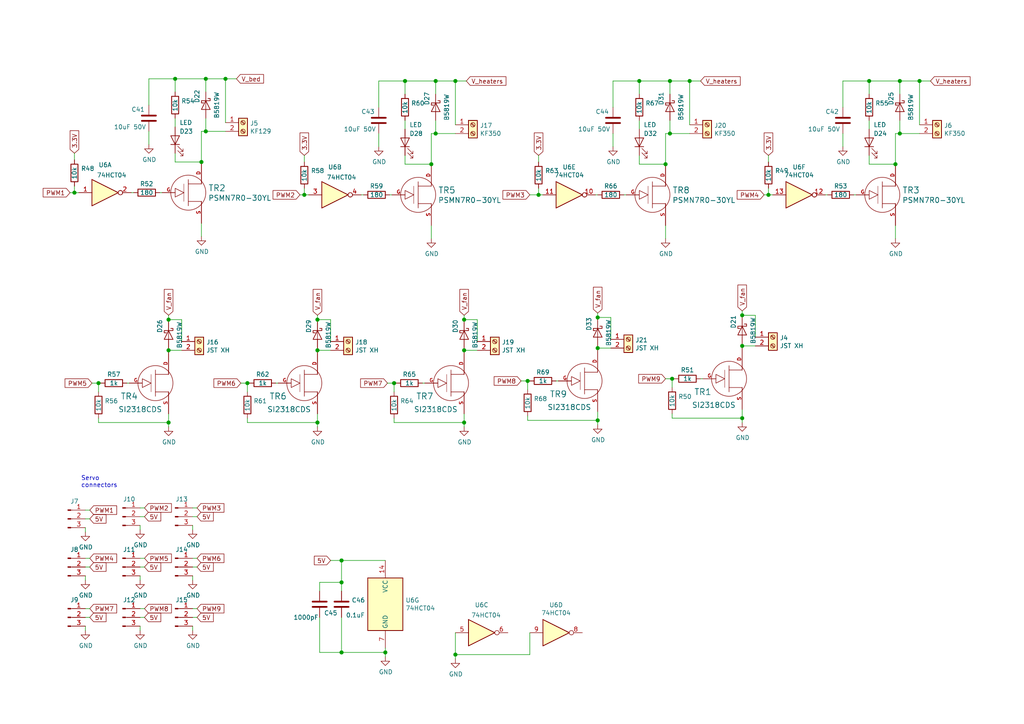
<source format=kicad_sch>
(kicad_sch (version 20201015) (generator eeschema)
  (paper "A4")
  (lib_symbols
    (symbol "Connector:Conn_01x03_Male" (pin_names hide)
      (property "Reference" "J" (at 0 5.08 0))
      (property "Value" "Conn_01x03_Male" (at 0 -5.08 0))
      (symbol "Conn_01x03_Male_1_1"
        (pin passive line (at 5.08 2.54 180) (length 3.81) (name "Pin_1") (number "1"))
        (pin passive line (at 5.08 0 180) (length 3.81) (name "Pin_2") (number "2"))
        (pin passive line (at 5.08 -2.54 180) (length 3.81) (name "Pin_3") (number "3"))
      )
    )
    (symbol "Connector:Screw_Terminal_01x02" (pin_names hide)
      (property "Reference" "J" (at 0 2.54 0))
      (property "Value" "Screw_Terminal_01x02" (at 0 -5.08 0))
      (symbol "Screw_Terminal_01x02_1_1"
        (pin passive line (at -5.08 0 0) (length 3.81) (name "Pin_1") (number "1"))
        (pin passive line (at -5.08 -2.54 0) (length 3.81) (name "Pin_2") (number "2"))
      )
    )
    (symbol "Device:C" (pin_numbers hide) (pin_names (offset 0.254))
      (property "Reference" "C" (at 0.635 2.54 0))
      (property "Value" "C" (at 0.635 -2.54 0))
      (symbol "C_1_1"
        (pin passive line (at 0 3.81 270) (length 2.794) (name "~") (number "1"))
        (pin passive line (at 0 -3.81 90) (length 2.794) (name "~") (number "2"))
      )
    )
    (symbol "Device:D_Schottky" (pin_numbers hide) (pin_names hide)
      (property "Reference" "D" (at 0 2.54 0))
      (property "Value" "D_Schottky" (at 0 -2.54 0))
      (symbol "D_Schottky_1_1"
        (pin passive line (at -3.81 0 0) (length 2.54) (name "K") (number "1"))
        (pin passive line (at 3.81 0 180) (length 2.54) (name "A") (number "2"))
      )
    )
    (symbol "Device:LED" (pin_numbers hide) (pin_names hide)
      (property "Reference" "D" (at 0 2.54 0))
      (property "Value" "LED" (at 0 -2.54 0))
      (symbol "LED_1_1"
        (pin passive line (at -3.81 0 0) (length 2.54) (name "K") (number "1"))
        (pin passive line (at 3.81 0 180) (length 2.54) (name "A") (number "2"))
      )
    )
    (symbol "Device:R" (pin_numbers hide) (pin_names (offset 0))
      (property "Reference" "R" (at 2.032 0 90))
      (property "Value" "R" (at 0 0 90))
      (symbol "R_1_1"
        (pin passive line (at 0 3.81 270) (length 1.27) (name "~") (number "1"))
        (pin passive line (at 0 -3.81 90) (length 1.27) (name "~") (number "2"))
      )
    )
    (symbol "Logic_74xx:74HCT04"
      (property "Reference" "U" (at 0 1.27 0))
      (property "Value" "74HCT04" (at 0 -1.27 0))
      (symbol "74HCT04_1_0"
        (pin input line (at -7.62 0 0) (length 3.81) (name "~") (number "1"))
        (pin output inverted (at 7.62 0 180) (length 3.81) (name "~") (number "2"))
      )
      (symbol "74HCT04_2_0"
        (pin input line (at -7.62 0 0) (length 3.81) (name "~") (number "3"))
        (pin output inverted (at 7.62 0 180) (length 3.81) (name "~") (number "4"))
      )
      (symbol "74HCT04_3_0"
        (pin input line (at -7.62 0 0) (length 3.81) (name "~") (number "5"))
        (pin output inverted (at 7.62 0 180) (length 3.81) (name "~") (number "6"))
      )
      (symbol "74HCT04_4_0"
        (pin output inverted (at 7.62 0 180) (length 3.81) (name "~") (number "8"))
        (pin input line (at -7.62 0 0) (length 3.81) (name "~") (number "9"))
      )
      (symbol "74HCT04_5_0"
        (pin output inverted (at 7.62 0 180) (length 3.81) (name "~") (number "10"))
        (pin input line (at -7.62 0 0) (length 3.81) (name "~") (number "11"))
      )
      (symbol "74HCT04_6_0"
        (pin output inverted (at 7.62 0 180) (length 3.81) (name "~") (number "12"))
        (pin input line (at -7.62 0 0) (length 3.81) (name "~") (number "13"))
      )
      (symbol "74HCT04_7_0"
        (pin power_in line (at 0 12.7 270) (length 5.08) (name "VCC") (number "14"))
        (pin power_in line (at 0 -12.7 90) (length 5.08) (name "GND") (number "7"))
      )
    )
    (symbol "bsh105:BSH105" (pin_names (offset 0.762) hide)
      (property "Reference" "TR" (at -2.4638 6.35 0))
      (property "Value" "BSH105" (at -3.7338 -7.5438 0))
      (symbol "BSH105_1_1"
        (pin passive line (at 3.81 8.89 270) (length 6.35) (name "D") (number "D"))
        (pin input line (at -7.62 0 0) (length 3.81) (name "G") (number "G"))
        (pin passive line (at 3.81 -8.89 90) (length 6.35) (name "S") (number "S"))
      )
    )
    (symbol "ipd036n04l:IPD036N04L" (pin_names (offset 0.762) hide)
      (property "Reference" "TR" (at -2.4638 6.35 0))
      (property "Value" "IPD036N04L" (at -3.7338 -7.5438 0))
      (symbol "IPD036N04L_1_1"
        (pin passive line (at 3.81 8.89 270) (length 6.35) (name "D") (number "D"))
        (pin input line (at -7.62 0 0) (length 3.81) (name "G") (number "G"))
        (pin passive line (at 3.81 -8.89 90) (length 6.35) (name "S") (number "S"))
      )
    )
    (symbol "power:GND" (power) (pin_names (offset 0))
      (property "Value" "GND" (at 0 -3.81 0))
      (symbol "GND_1_1"
        (pin power_in line (at 0 0 270) (length 0) hide (name "GND") (number "1"))
      )
    )
  )
  (junction (at 21.59 55.88) (diameter 1.016))
  (junction (at 28.575 111.125) (diameter 1.016))
  (junction (at 48.895 92.71) (diameter 1.016))
  (junction (at 48.895 101.6) (diameter 1.016))
  (junction (at 48.895 122.555) (diameter 1.016))
  (junction (at 50.8 22.86) (diameter 1.016))
  (junction (at 58.42 46.99) (diameter 1.016))
  (junction (at 59.69 22.86) (diameter 1.016))
  (junction (at 59.69 38.1) (diameter 1.016))
  (junction (at 65.405 22.86) (diameter 1.016))
  (junction (at 71.755 111.125) (diameter 1.016))
  (junction (at 88.265 56.515) (diameter 1.016))
  (junction (at 92.075 92.71) (diameter 1.016))
  (junction (at 92.075 101.6) (diameter 1.016))
  (junction (at 92.075 122.555) (diameter 1.016))
  (junction (at 99.06 162.56) (diameter 1.016))
  (junction (at 99.06 168.91) (diameter 1.016))
  (junction (at 99.06 189.23) (diameter 1.016))
  (junction (at 111.76 189.23) (diameter 1.016))
  (junction (at 114.3 111.125) (diameter 1.016))
  (junction (at 117.475 23.495) (diameter 1.016))
  (junction (at 125.095 47.625) (diameter 1.016))
  (junction (at 126.365 23.495) (diameter 1.016))
  (junction (at 126.365 38.735) (diameter 1.016))
  (junction (at 132.08 23.495) (diameter 1.016))
  (junction (at 132.08 189.865) (diameter 1.016))
  (junction (at 134.62 92.71) (diameter 1.016))
  (junction (at 134.62 101.6) (diameter 1.016))
  (junction (at 134.62 122.555) (diameter 1.016))
  (junction (at 153.035 110.49) (diameter 1.016))
  (junction (at 156.21 56.515) (diameter 1.016))
  (junction (at 173.355 92.075) (diameter 1.016))
  (junction (at 173.355 100.965) (diameter 1.016))
  (junction (at 173.355 121.92) (diameter 1.016))
  (junction (at 185.42 23.495) (diameter 1.016))
  (junction (at 193.04 47.625) (diameter 1.016))
  (junction (at 194.31 23.495) (diameter 1.016))
  (junction (at 194.31 38.735) (diameter 1.016))
  (junction (at 194.945 109.855) (diameter 1.016))
  (junction (at 200.025 23.495) (diameter 1.016))
  (junction (at 215.265 91.44) (diameter 1.016))
  (junction (at 215.265 100.33) (diameter 1.016))
  (junction (at 215.265 121.285) (diameter 1.016))
  (junction (at 222.885 56.515) (diameter 1.016))
  (junction (at 252.095 23.495) (diameter 1.016))
  (junction (at 259.715 47.625) (diameter 1.016))
  (junction (at 260.985 23.495) (diameter 1.016))
  (junction (at 260.985 38.735) (diameter 1.016))
  (junction (at 266.7 23.495) (diameter 1.016))
  (wire (pts (xy 20.32 55.88) (xy 21.59 55.88)))
  (wire (pts (xy 21.59 46.355) (xy 21.59 44.45)))
  (wire (pts (xy 21.59 53.975) (xy 21.59 55.88)))
  (wire (pts (xy 21.59 55.88) (xy 22.86 55.88)))
  (wire (pts (xy 24.765 150.495) (xy 26.035 150.495)))
  (wire (pts (xy 24.765 154.305) (xy 24.765 153.035)))
  (wire (pts (xy 24.765 164.465) (xy 26.035 164.465)))
  (wire (pts (xy 24.765 168.275) (xy 24.765 167.005)))
  (wire (pts (xy 24.765 179.07) (xy 26.035 179.07)))
  (wire (pts (xy 24.765 182.88) (xy 24.765 181.61)))
  (wire (pts (xy 26.035 147.955) (xy 24.765 147.955)))
  (wire (pts (xy 26.035 161.925) (xy 24.765 161.925)))
  (wire (pts (xy 26.035 176.53) (xy 24.765 176.53)))
  (wire (pts (xy 26.67 111.125) (xy 28.575 111.125)))
  (wire (pts (xy 28.575 111.125) (xy 29.21 111.125)))
  (wire (pts (xy 28.575 113.665) (xy 28.575 111.125)))
  (wire (pts (xy 28.575 121.285) (xy 28.575 122.555)))
  (wire (pts (xy 28.575 122.555) (xy 48.895 122.555)))
  (wire (pts (xy 37.465 111.125) (xy 36.83 111.125)))
  (wire (pts (xy 38.1 55.88) (xy 38.735 55.88)))
  (wire (pts (xy 40.64 149.86) (xy 41.91 149.86)))
  (wire (pts (xy 40.64 153.67) (xy 40.64 152.4)))
  (wire (pts (xy 40.64 164.465) (xy 41.91 164.465)))
  (wire (pts (xy 40.64 168.275) (xy 40.64 167.005)))
  (wire (pts (xy 40.64 179.07) (xy 41.91 179.07)))
  (wire (pts (xy 40.64 182.88) (xy 40.64 181.61)))
  (wire (pts (xy 41.91 147.32) (xy 40.64 147.32)))
  (wire (pts (xy 41.91 161.925) (xy 40.64 161.925)))
  (wire (pts (xy 41.91 176.53) (xy 40.64 176.53)))
  (wire (pts (xy 43.18 22.86) (xy 50.8 22.86)))
  (wire (pts (xy 43.18 30.48) (xy 43.18 22.86)))
  (wire (pts (xy 43.18 38.1) (xy 43.18 41.91)))
  (wire (pts (xy 46.355 55.88) (xy 46.99 55.88)))
  (wire (pts (xy 48.895 91.44) (xy 48.895 92.71)))
  (wire (pts (xy 48.895 92.71) (xy 48.895 93.345)))
  (wire (pts (xy 48.895 100.965) (xy 48.895 101.6)))
  (wire (pts (xy 48.895 101.6) (xy 48.895 102.235)))
  (wire (pts (xy 48.895 120.015) (xy 48.895 122.555)))
  (wire (pts (xy 48.895 122.555) (xy 48.895 123.825)))
  (wire (pts (xy 50.8 22.86) (xy 59.69 22.86)))
  (wire (pts (xy 50.8 26.67) (xy 50.8 22.86)))
  (wire (pts (xy 50.8 34.29) (xy 50.8 36.83)))
  (wire (pts (xy 50.8 44.45) (xy 50.8 46.99)))
  (wire (pts (xy 50.8 46.99) (xy 58.42 46.99)))
  (wire (pts (xy 52.705 92.71) (xy 48.895 92.71)))
  (wire (pts (xy 52.705 99.06) (xy 52.705 92.71)))
  (wire (pts (xy 52.705 101.6) (xy 48.895 101.6)))
  (wire (pts (xy 55.88 149.86) (xy 57.15 149.86)))
  (wire (pts (xy 55.88 153.67) (xy 55.88 152.4)))
  (wire (pts (xy 55.88 164.465) (xy 57.15 164.465)))
  (wire (pts (xy 55.88 168.275) (xy 55.88 167.005)))
  (wire (pts (xy 55.88 179.07) (xy 57.15 179.07)))
  (wire (pts (xy 55.88 182.88) (xy 55.88 181.61)))
  (wire (pts (xy 57.15 147.32) (xy 55.88 147.32)))
  (wire (pts (xy 57.15 161.925) (xy 55.88 161.925)))
  (wire (pts (xy 57.15 176.53) (xy 55.88 176.53)))
  (wire (pts (xy 58.42 46.99) (xy 58.42 38.1)))
  (wire (pts (xy 58.42 64.77) (xy 58.42 68.58)))
  (wire (pts (xy 59.69 22.86) (xy 65.405 22.86)))
  (wire (pts (xy 59.69 26.67) (xy 59.69 22.86)))
  (wire (pts (xy 59.69 34.29) (xy 59.69 38.1)))
  (wire (pts (xy 59.69 38.1) (xy 58.42 38.1)))
  (wire (pts (xy 59.69 38.1) (xy 65.405 38.1)))
  (wire (pts (xy 65.405 22.86) (xy 68.58 22.86)))
  (wire (pts (xy 65.405 35.56) (xy 65.405 22.86)))
  (wire (pts (xy 69.85 111.125) (xy 71.755 111.125)))
  (wire (pts (xy 71.755 111.125) (xy 72.39 111.125)))
  (wire (pts (xy 71.755 113.665) (xy 71.755 111.125)))
  (wire (pts (xy 71.755 121.285) (xy 71.755 122.555)))
  (wire (pts (xy 71.755 122.555) (xy 92.075 122.555)))
  (wire (pts (xy 80.645 111.125) (xy 80.01 111.125)))
  (wire (pts (xy 86.995 56.515) (xy 88.265 56.515)))
  (wire (pts (xy 88.265 46.99) (xy 88.265 45.085)))
  (wire (pts (xy 88.265 54.61) (xy 88.265 56.515)))
  (wire (pts (xy 88.265 56.515) (xy 89.535 56.515)))
  (wire (pts (xy 92.075 91.44) (xy 92.075 92.71)))
  (wire (pts (xy 92.075 92.71) (xy 92.075 93.345)))
  (wire (pts (xy 92.075 100.965) (xy 92.075 101.6)))
  (wire (pts (xy 92.075 101.6) (xy 92.075 102.235)))
  (wire (pts (xy 92.075 120.015) (xy 92.075 122.555)))
  (wire (pts (xy 92.075 122.555) (xy 92.075 123.825)))
  (wire (pts (xy 92.71 168.91) (xy 99.06 168.91)))
  (wire (pts (xy 92.71 171.45) (xy 92.71 168.91)))
  (wire (pts (xy 92.71 179.07) (xy 92.71 189.23)))
  (wire (pts (xy 92.71 189.23) (xy 99.06 189.23)))
  (wire (pts (xy 95.885 92.71) (xy 92.075 92.71)))
  (wire (pts (xy 95.885 99.06) (xy 95.885 92.71)))
  (wire (pts (xy 95.885 101.6) (xy 92.075 101.6)))
  (wire (pts (xy 95.885 162.56) (xy 99.06 162.56)))
  (wire (pts (xy 99.06 162.56) (xy 111.76 162.56)))
  (wire (pts (xy 99.06 168.91) (xy 99.06 162.56)))
  (wire (pts (xy 99.06 171.45) (xy 99.06 168.91)))
  (wire (pts (xy 99.06 179.07) (xy 99.06 189.23)))
  (wire (pts (xy 99.06 189.23) (xy 111.76 189.23)))
  (wire (pts (xy 104.775 56.515) (xy 105.41 56.515)))
  (wire (pts (xy 109.855 23.495) (xy 117.475 23.495)))
  (wire (pts (xy 109.855 31.115) (xy 109.855 23.495)))
  (wire (pts (xy 109.855 38.735) (xy 109.855 42.545)))
  (wire (pts (xy 111.76 187.96) (xy 111.76 189.23)))
  (wire (pts (xy 111.76 189.23) (xy 111.76 190.5)))
  (wire (pts (xy 112.395 111.125) (xy 114.3 111.125)))
  (wire (pts (xy 113.03 56.515) (xy 113.665 56.515)))
  (wire (pts (xy 114.3 111.125) (xy 114.935 111.125)))
  (wire (pts (xy 114.3 113.665) (xy 114.3 111.125)))
  (wire (pts (xy 114.3 121.285) (xy 114.3 122.555)))
  (wire (pts (xy 114.3 122.555) (xy 134.62 122.555)))
  (wire (pts (xy 117.475 23.495) (xy 126.365 23.495)))
  (wire (pts (xy 117.475 27.305) (xy 117.475 23.495)))
  (wire (pts (xy 117.475 34.925) (xy 117.475 37.465)))
  (wire (pts (xy 117.475 45.085) (xy 117.475 47.625)))
  (wire (pts (xy 117.475 47.625) (xy 125.095 47.625)))
  (wire (pts (xy 123.19 111.125) (xy 122.555 111.125)))
  (wire (pts (xy 125.095 47.625) (xy 125.095 38.735)))
  (wire (pts (xy 125.095 65.405) (xy 125.095 69.215)))
  (wire (pts (xy 126.365 23.495) (xy 132.08 23.495)))
  (wire (pts (xy 126.365 27.305) (xy 126.365 23.495)))
  (wire (pts (xy 126.365 34.925) (xy 126.365 38.735)))
  (wire (pts (xy 126.365 38.735) (xy 125.095 38.735)))
  (wire (pts (xy 126.365 38.735) (xy 132.08 38.735)))
  (wire (pts (xy 132.08 23.495) (xy 135.255 23.495)))
  (wire (pts (xy 132.08 36.195) (xy 132.08 23.495)))
  (wire (pts (xy 132.08 183.515) (xy 132.08 189.865)))
  (wire (pts (xy 132.08 189.865) (xy 132.08 191.135)))
  (wire (pts (xy 134.62 91.44) (xy 134.62 92.71)))
  (wire (pts (xy 134.62 92.71) (xy 134.62 93.345)))
  (wire (pts (xy 134.62 100.965) (xy 134.62 101.6)))
  (wire (pts (xy 134.62 101.6) (xy 134.62 102.235)))
  (wire (pts (xy 134.62 120.015) (xy 134.62 122.555)))
  (wire (pts (xy 134.62 122.555) (xy 134.62 123.825)))
  (wire (pts (xy 138.43 92.71) (xy 134.62 92.71)))
  (wire (pts (xy 138.43 99.06) (xy 138.43 92.71)))
  (wire (pts (xy 138.43 101.6) (xy 134.62 101.6)))
  (wire (pts (xy 151.13 110.49) (xy 153.035 110.49)))
  (wire (pts (xy 153.035 110.49) (xy 153.67 110.49)))
  (wire (pts (xy 153.035 113.03) (xy 153.035 110.49)))
  (wire (pts (xy 153.035 120.65) (xy 153.035 121.92)))
  (wire (pts (xy 153.035 121.92) (xy 173.355 121.92)))
  (wire (pts (xy 153.67 56.515) (xy 156.21 56.515)))
  (wire (pts (xy 153.67 183.515) (xy 153.67 189.865)))
  (wire (pts (xy 153.67 189.865) (xy 132.08 189.865)))
  (wire (pts (xy 156.21 46.99) (xy 156.21 45.085)))
  (wire (pts (xy 156.21 54.61) (xy 156.21 56.515)))
  (wire (pts (xy 156.21 56.515) (xy 157.48 56.515)))
  (wire (pts (xy 161.925 110.49) (xy 161.29 110.49)))
  (wire (pts (xy 172.72 56.515) (xy 173.355 56.515)))
  (wire (pts (xy 173.355 90.805) (xy 173.355 92.075)))
  (wire (pts (xy 173.355 92.075) (xy 173.355 92.71)))
  (wire (pts (xy 173.355 100.33) (xy 173.355 100.965)))
  (wire (pts (xy 173.355 100.965) (xy 173.355 101.6)))
  (wire (pts (xy 173.355 119.38) (xy 173.355 121.92)))
  (wire (pts (xy 173.355 121.92) (xy 173.355 123.19)))
  (wire (pts (xy 177.165 92.075) (xy 173.355 92.075)))
  (wire (pts (xy 177.165 98.425) (xy 177.165 92.075)))
  (wire (pts (xy 177.165 100.965) (xy 173.355 100.965)))
  (wire (pts (xy 177.8 23.495) (xy 185.42 23.495)))
  (wire (pts (xy 177.8 31.115) (xy 177.8 23.495)))
  (wire (pts (xy 177.8 38.735) (xy 177.8 42.545)))
  (wire (pts (xy 180.975 56.515) (xy 181.61 56.515)))
  (wire (pts (xy 185.42 23.495) (xy 194.31 23.495)))
  (wire (pts (xy 185.42 27.305) (xy 185.42 23.495)))
  (wire (pts (xy 185.42 34.925) (xy 185.42 37.465)))
  (wire (pts (xy 185.42 45.085) (xy 185.42 47.625)))
  (wire (pts (xy 185.42 47.625) (xy 193.04 47.625)))
  (wire (pts (xy 193.04 47.625) (xy 193.04 38.735)))
  (wire (pts (xy 193.04 65.405) (xy 193.04 69.215)))
  (wire (pts (xy 193.04 109.855) (xy 194.945 109.855)))
  (wire (pts (xy 194.31 23.495) (xy 200.025 23.495)))
  (wire (pts (xy 194.31 27.305) (xy 194.31 23.495)))
  (wire (pts (xy 194.31 34.925) (xy 194.31 38.735)))
  (wire (pts (xy 194.31 38.735) (xy 193.04 38.735)))
  (wire (pts (xy 194.31 38.735) (xy 200.025 38.735)))
  (wire (pts (xy 194.945 109.855) (xy 195.58 109.855)))
  (wire (pts (xy 194.945 112.395) (xy 194.945 109.855)))
  (wire (pts (xy 194.945 120.015) (xy 194.945 121.285)))
  (wire (pts (xy 194.945 121.285) (xy 215.265 121.285)))
  (wire (pts (xy 200.025 23.495) (xy 203.2 23.495)))
  (wire (pts (xy 200.025 36.195) (xy 200.025 23.495)))
  (wire (pts (xy 203.835 109.855) (xy 203.2 109.855)))
  (wire (pts (xy 215.265 90.17) (xy 215.265 91.44)))
  (wire (pts (xy 215.265 91.44) (xy 215.265 92.075)))
  (wire (pts (xy 215.265 99.695) (xy 215.265 100.33)))
  (wire (pts (xy 215.265 100.33) (xy 215.265 100.965)))
  (wire (pts (xy 215.265 118.745) (xy 215.265 121.285)))
  (wire (pts (xy 215.265 121.285) (xy 215.265 122.555)))
  (wire (pts (xy 219.075 91.44) (xy 215.265 91.44)))
  (wire (pts (xy 219.075 97.79) (xy 219.075 91.44)))
  (wire (pts (xy 219.075 100.33) (xy 215.265 100.33)))
  (wire (pts (xy 221.615 56.515) (xy 222.885 56.515)))
  (wire (pts (xy 222.885 46.99) (xy 222.885 45.085)))
  (wire (pts (xy 222.885 54.61) (xy 222.885 56.515)))
  (wire (pts (xy 222.885 56.515) (xy 224.155 56.515)))
  (wire (pts (xy 239.395 56.515) (xy 240.03 56.515)))
  (wire (pts (xy 244.475 23.495) (xy 252.095 23.495)))
  (wire (pts (xy 244.475 31.115) (xy 244.475 23.495)))
  (wire (pts (xy 244.475 38.735) (xy 244.475 42.545)))
  (wire (pts (xy 247.65 56.515) (xy 248.285 56.515)))
  (wire (pts (xy 252.095 23.495) (xy 260.985 23.495)))
  (wire (pts (xy 252.095 27.305) (xy 252.095 23.495)))
  (wire (pts (xy 252.095 34.925) (xy 252.095 37.465)))
  (wire (pts (xy 252.095 45.085) (xy 252.095 47.625)))
  (wire (pts (xy 252.095 47.625) (xy 259.715 47.625)))
  (wire (pts (xy 259.715 47.625) (xy 259.715 38.735)))
  (wire (pts (xy 259.715 65.405) (xy 259.715 69.215)))
  (wire (pts (xy 260.985 23.495) (xy 266.7 23.495)))
  (wire (pts (xy 260.985 27.305) (xy 260.985 23.495)))
  (wire (pts (xy 260.985 34.925) (xy 260.985 38.735)))
  (wire (pts (xy 260.985 38.735) (xy 259.715 38.735)))
  (wire (pts (xy 260.985 38.735) (xy 266.7 38.735)))
  (wire (pts (xy 266.7 23.495) (xy 269.875 23.495)))
  (wire (pts (xy 266.7 36.195) (xy 266.7 23.495)))
  (text "Servo\nconnectors" (at 23.495 141.605 0) (effects (font (size 1.27 1.27)) (justify left bottom)))
  (global_label "PWM1" (shape input) (at 20.32 55.88 180) (property "Intersheet References" "${INTERSHEET_REFS}" (effects hide)))
  (global_label "3.3V" (shape input) (at 21.59 44.45 90) (property "Intersheet References" "${INTERSHEET_REFS}" (effects hide)))
  (global_label "PWM1" (shape input) (at 26.035 147.955 0) (property "Intersheet References" "${INTERSHEET_REFS}" (effects hide)))
  (global_label "5V" (shape input) (at 26.035 150.495 0) (property "Intersheet References" "${INTERSHEET_REFS}" (effects hide)))
  (global_label "PWM4" (shape input) (at 26.035 161.925 0) (property "Intersheet References" "${INTERSHEET_REFS}" (effects hide)))
  (global_label "5V" (shape input) (at 26.035 164.465 0) (property "Intersheet References" "${INTERSHEET_REFS}" (effects hide)))
  (global_label "PWM7" (shape input) (at 26.035 176.53 0) (property "Intersheet References" "${INTERSHEET_REFS}" (effects hide)))
  (global_label "5V" (shape input) (at 26.035 179.07 0) (property "Intersheet References" "${INTERSHEET_REFS}" (effects hide)))
  (global_label "PWM5" (shape input) (at 26.67 111.125 180) (property "Intersheet References" "${INTERSHEET_REFS}" (effects hide)))
  (global_label "PWM2" (shape input) (at 41.91 147.32 0) (property "Intersheet References" "${INTERSHEET_REFS}" (effects hide)))
  (global_label "5V" (shape input) (at 41.91 149.86 0) (property "Intersheet References" "${INTERSHEET_REFS}" (effects hide)))
  (global_label "PWM5" (shape input) (at 41.91 161.925 0) (property "Intersheet References" "${INTERSHEET_REFS}" (effects hide)))
  (global_label "5V" (shape input) (at 41.91 164.465 0) (property "Intersheet References" "${INTERSHEET_REFS}" (effects hide)))
  (global_label "PWM8" (shape input) (at 41.91 176.53 0) (property "Intersheet References" "${INTERSHEET_REFS}" (effects hide)))
  (global_label "5V" (shape input) (at 41.91 179.07 0) (property "Intersheet References" "${INTERSHEET_REFS}" (effects hide)))
  (global_label "V_fan" (shape input) (at 48.895 91.44 90) (property "Intersheet References" "${INTERSHEET_REFS}" (effects hide)))
  (global_label "PWM3" (shape input) (at 57.15 147.32 0) (property "Intersheet References" "${INTERSHEET_REFS}" (effects hide)))
  (global_label "5V" (shape input) (at 57.15 149.86 0) (property "Intersheet References" "${INTERSHEET_REFS}" (effects hide)))
  (global_label "PWM6" (shape input) (at 57.15 161.925 0) (property "Intersheet References" "${INTERSHEET_REFS}" (effects hide)))
  (global_label "5V" (shape input) (at 57.15 164.465 0) (property "Intersheet References" "${INTERSHEET_REFS}" (effects hide)))
  (global_label "PWM9" (shape input) (at 57.15 176.53 0) (property "Intersheet References" "${INTERSHEET_REFS}" (effects hide)))
  (global_label "5V" (shape input) (at 57.15 179.07 0) (property "Intersheet References" "${INTERSHEET_REFS}" (effects hide)))
  (global_label "V_bed" (shape input) (at 68.58 22.86 0) (property "Intersheet References" "${INTERSHEET_REFS}" (effects hide)))
  (global_label "PWM6" (shape input) (at 69.85 111.125 180) (property "Intersheet References" "${INTERSHEET_REFS}" (effects hide)))
  (global_label "PWM2" (shape input) (at 86.995 56.515 180) (property "Intersheet References" "${INTERSHEET_REFS}" (effects hide)))
  (global_label "3.3V" (shape input) (at 88.265 45.085 90) (property "Intersheet References" "${INTERSHEET_REFS}" (effects hide)))
  (global_label "V_fan" (shape input) (at 92.075 91.44 90) (property "Intersheet References" "${INTERSHEET_REFS}" (effects hide)))
  (global_label "5V" (shape input) (at 95.885 162.56 180) (property "Intersheet References" "${INTERSHEET_REFS}" (effects hide)))
  (global_label "PWM7" (shape input) (at 112.395 111.125 180) (property "Intersheet References" "${INTERSHEET_REFS}" (effects hide)))
  (global_label "V_fan" (shape input) (at 134.62 91.44 90) (property "Intersheet References" "${INTERSHEET_REFS}" (effects hide)))
  (global_label "V_heaters" (shape input) (at 135.255 23.495 0) (property "Intersheet References" "${INTERSHEET_REFS}" (effects hide)))
  (global_label "PWM8" (shape input) (at 151.13 110.49 180) (property "Intersheet References" "${INTERSHEET_REFS}" (effects hide)))
  (global_label "PWM3" (shape input) (at 153.67 56.515 180) (property "Intersheet References" "${INTERSHEET_REFS}" (effects hide)))
  (global_label "3.3V" (shape input) (at 156.21 45.085 90) (property "Intersheet References" "${INTERSHEET_REFS}" (effects hide)))
  (global_label "V_fan" (shape input) (at 173.355 90.805 90) (property "Intersheet References" "${INTERSHEET_REFS}" (effects hide)))
  (global_label "PWM9" (shape input) (at 193.04 109.855 180) (property "Intersheet References" "${INTERSHEET_REFS}" (effects hide)))
  (global_label "V_heaters" (shape input) (at 203.2 23.495 0) (property "Intersheet References" "${INTERSHEET_REFS}" (effects hide)))
  (global_label "V_fan" (shape input) (at 215.265 90.17 90) (property "Intersheet References" "${INTERSHEET_REFS}" (effects hide)))
  (global_label "PWM4" (shape input) (at 221.615 56.515 180) (property "Intersheet References" "${INTERSHEET_REFS}" (effects hide)))
  (global_label "3.3V" (shape input) (at 222.885 45.085 90) (property "Intersheet References" "${INTERSHEET_REFS}" (effects hide)))
  (global_label "V_heaters" (shape input) (at 269.875 23.495 0) (property "Intersheet References" "${INTERSHEET_REFS}" (effects hide)))
  (symbol (lib_id "power:GND") (at 24.765 154.305 0) (unit 1)
    (property "Reference" "#PWR043" (effects hide))
    (property "Value" "GND" (at 24.892 158.6992 0))
  )
  (symbol (lib_id "power:GND") (at 24.765 168.275 0) (unit 1)
    (property "Reference" "#PWR044" (effects hide))
    (property "Value" "GND" (at 24.892 172.6692 0))
  )
  (symbol (lib_id "power:GND") (at 24.765 182.88 0) (unit 1)
    (property "Reference" "#PWR045" (effects hide))
    (property "Value" "GND" (at 24.892 187.2742 0))
  )
  (symbol (lib_id "power:GND") (at 40.64 153.67 0) (unit 1)
    (property "Reference" "#PWR046" (effects hide))
    (property "Value" "GND" (at 40.767 158.0642 0))
  )
  (symbol (lib_id "power:GND") (at 40.64 168.275 0) (unit 1)
    (property "Reference" "#PWR047" (effects hide))
    (property "Value" "GND" (at 40.767 172.6692 0))
  )
  (symbol (lib_id "power:GND") (at 40.64 182.88 0) (unit 1)
    (property "Reference" "#PWR048" (effects hide))
    (property "Value" "GND" (at 40.767 187.2742 0))
  )
  (symbol (lib_id "power:GND") (at 43.18 41.91 0) (unit 1)
    (property "Reference" "#PWR039" (effects hide))
    (property "Value" "GND" (at 43.307 46.3042 0))
  )
  (symbol (lib_id "power:GND") (at 48.895 123.825 0) (unit 1)
    (property "Reference" "#PWR053" (effects hide))
    (property "Value" "GND" (at 49.022 128.2192 0))
  )
  (symbol (lib_id "power:GND") (at 55.88 153.67 0) (unit 1)
    (property "Reference" "#PWR050" (effects hide))
    (property "Value" "GND" (at 56.007 158.0642 0))
  )
  (symbol (lib_id "power:GND") (at 55.88 168.275 0) (unit 1)
    (property "Reference" "#PWR051" (effects hide))
    (property "Value" "GND" (at 56.007 172.6692 0))
  )
  (symbol (lib_id "power:GND") (at 55.88 182.88 0) (unit 1)
    (property "Reference" "#PWR052" (effects hide))
    (property "Value" "GND" (at 56.007 187.2742 0))
  )
  (symbol (lib_id "power:GND") (at 58.42 68.58 0) (unit 1)
    (property "Reference" "#PWR041" (effects hide))
    (property "Value" "GND" (at 58.547 72.9742 0))
  )
  (symbol (lib_id "power:GND") (at 92.075 123.825 0) (unit 1)
    (property "Reference" "#PWR056" (effects hide))
    (property "Value" "GND" (at 92.202 128.2192 0))
  )
  (symbol (lib_id "power:GND") (at 109.855 42.545 0) (unit 1)
    (property "Reference" "#PWR054" (effects hide))
    (property "Value" "GND" (at 109.982 46.9392 0))
  )
  (symbol (lib_id "power:GND") (at 111.76 190.5 0) (unit 1)
    (property "Reference" "#PWR062" (effects hide))
    (property "Value" "GND" (at 111.887 194.8942 0))
  )
  (symbol (lib_id "power:GND") (at 125.095 69.215 0) (unit 1)
    (property "Reference" "#PWR055" (effects hide))
    (property "Value" "GND" (at 125.222 73.6092 0))
  )
  (symbol (lib_id "power:GND") (at 132.08 191.135 0) (unit 1)
    (property "Reference" "#PWR036" (effects hide))
    (property "Value" "GND" (at 132.207 195.5292 0))
  )
  (symbol (lib_id "power:GND") (at 134.62 123.825 0) (unit 1)
    (property "Reference" "#PWR059" (effects hide))
    (property "Value" "GND" (at 134.747 128.2192 0))
  )
  (symbol (lib_id "power:GND") (at 173.355 123.19 0) (unit 1)
    (property "Reference" "#PWR061" (effects hide))
    (property "Value" "GND" (at 173.482 127.5842 0))
  )
  (symbol (lib_id "power:GND") (at 177.8 42.545 0) (unit 1)
    (property "Reference" "#PWR058" (effects hide))
    (property "Value" "GND" (at 177.927 46.9392 0))
  )
  (symbol (lib_id "power:GND") (at 193.04 69.215 0) (unit 1)
    (property "Reference" "#PWR060" (effects hide))
    (property "Value" "GND" (at 193.167 73.6092 0))
  )
  (symbol (lib_id "power:GND") (at 215.265 122.555 0) (unit 1)
    (property "Reference" "#PWR038" (effects hide))
    (property "Value" "GND" (at 215.392 126.9492 0))
  )
  (symbol (lib_id "power:GND") (at 244.475 42.545 0) (unit 1)
    (property "Reference" "#PWR040" (effects hide))
    (property "Value" "GND" (at 244.602 46.9392 0))
  )
  (symbol (lib_id "power:GND") (at 259.715 69.215 0) (unit 1)
    (property "Reference" "#PWR042" (effects hide))
    (property "Value" "GND" (at 259.842 73.6092 0))
  )
  (symbol (lib_id "Device:R") (at 21.59 50.165 0) (unit 1)
    (property "Reference" "R48" (at 23.495 48.895 0) (effects (justify left)))
    (property "Value" "10k" (at 21.59 52.07 90) (effects (justify left)))
    (property "Footprint" "Resistor_SMD:R_0402_1005Metric" (effects hide))
    (property "Part #" "0402WGF1002TCE" (effects hide))
    (property "LCSC Part #" "C25744" (effects hide))
  )
  (symbol (lib_id "Device:R") (at 28.575 117.475 0) (unit 1)
    (property "Reference" "R56" (at 30.353 116.3066 0) (effects (justify left)))
    (property "Value" "10k" (at 28.575 119.38 90) (effects (justify left)))
    (property "Footprint" "Resistor_SMD:R_0402_1005Metric" (effects hide))
    (property "Part #" "0402WGF1002TCE" (effects hide))
    (property "LCSC Part #" "C25744" (effects hide))
  )
  (symbol (lib_id "Device:R") (at 33.02 111.125 270) (unit 1)
    (property "Reference" "R57" (at 33.02 108.585 90))
    (property "Value" "1k" (at 33.02 111.125 90))
    (property "Footprint" "Resistor_SMD:R_0402_1005Metric" (effects hide))
    (property "Part #" "0402WGF1001TCE" (effects hide))
    (property "LCSC Part #" "C11702" (effects hide))
  )
  (symbol (lib_id "Device:R") (at 42.545 55.88 270) (unit 1)
    (property "Reference" "R52" (at 42.545 53.34 90))
    (property "Value" "180" (at 42.545 55.88 90))
    (property "Footprint" "Resistor_SMD:R_0603_1608Metric" (effects hide))
    (property "Part #" "0603WAF1800T5E" (effects hide))
    (property "LCSC Part #" "C22828" (effects hide))
  )
  (symbol (lib_id "Device:R") (at 50.8 30.48 0) (unit 1)
    (property "Reference" "R54" (at 52.578 29.3116 0) (effects (justify left)))
    (property "Value" "10k" (at 50.8 32.385 90) (effects (justify left)))
    (property "Footprint" "Resistor_SMD:R_0402_1005Metric" (effects hide))
    (property "Part #" "0402WGF1002TCE" (effects hide))
    (property "LCSC Part #" "C25744" (effects hide))
  )
  (symbol (lib_id "Device:R") (at 71.755 117.475 0) (unit 1)
    (property "Reference" "R61" (at 73.533 116.3066 0) (effects (justify left)))
    (property "Value" "10k" (at 71.755 119.38 90) (effects (justify left)))
    (property "Footprint" "Resistor_SMD:R_0402_1005Metric" (effects hide))
    (property "Part #" "0402WGF1002TCE" (effects hide))
    (property "LCSC Part #" "C25744" (effects hide))
  )
  (symbol (lib_id "Device:R") (at 76.2 111.125 270) (unit 1)
    (property "Reference" "R62" (at 76.2 108.585 90))
    (property "Value" "1k" (at 76.2 111.125 90))
    (property "Footprint" "Resistor_SMD:R_0402_1005Metric" (effects hide))
    (property "Part #" "0402WGF1001TCE" (effects hide))
    (property "LCSC Part #" "C11702" (effects hide))
  )
  (symbol (lib_id "Device:R") (at 88.265 50.8 0) (unit 1)
    (property "Reference" "R58" (at 90.17 49.53 0) (effects (justify left)))
    (property "Value" "10k" (at 88.265 52.705 90) (effects (justify left)))
    (property "Footprint" "Resistor_SMD:R_0402_1005Metric" (effects hide))
    (property "Part #" "0402WGF1002TCE" (effects hide))
    (property "LCSC Part #" "C25744" (effects hide))
  )
  (symbol (lib_id "Device:R") (at 109.22 56.515 270) (unit 1)
    (property "Reference" "R59" (at 109.22 53.975 90))
    (property "Value" "180" (at 109.22 56.515 90))
    (property "Footprint" "Resistor_SMD:R_0603_1608Metric" (effects hide))
    (property "Part #" "0603WAF1800T5E" (effects hide))
    (property "LCSC Part #" "C22828" (effects hide))
  )
  (symbol (lib_id "Device:R") (at 114.3 117.475 0) (unit 1)
    (property "Reference" "R64" (at 116.078 116.3066 0) (effects (justify left)))
    (property "Value" "10k" (at 114.3 119.38 90) (effects (justify left)))
    (property "Footprint" "Resistor_SMD:R_0402_1005Metric" (effects hide))
    (property "Part #" "0402WGF1002TCE" (effects hide))
    (property "LCSC Part #" "C25744" (effects hide))
  )
  (symbol (lib_id "Device:R") (at 117.475 31.115 0) (unit 1)
    (property "Reference" "R60" (at 119.253 29.9466 0) (effects (justify left)))
    (property "Value" "10k" (at 117.475 33.02 90) (effects (justify left)))
    (property "Footprint" "Resistor_SMD:R_0402_1005Metric" (effects hide))
    (property "Part #" "0402WGF1002TCE" (effects hide))
    (property "LCSC Part #" "C25744" (effects hide))
  )
  (symbol (lib_id "Device:R") (at 118.745 111.125 270) (unit 1)
    (property "Reference" "R65" (at 118.745 108.585 90))
    (property "Value" "1k" (at 118.745 111.125 90))
    (property "Footprint" "Resistor_SMD:R_0402_1005Metric" (effects hide))
    (property "Part #" "0402WGF1001TCE" (effects hide))
    (property "LCSC Part #" "C11702" (effects hide))
  )
  (symbol (lib_id "Device:R") (at 153.035 116.84 0) (unit 1)
    (property "Reference" "R68" (at 154.813 115.6716 0) (effects (justify left)))
    (property "Value" "10k" (at 153.035 118.745 90) (effects (justify left)))
    (property "Footprint" "Resistor_SMD:R_0402_1005Metric" (effects hide))
    (property "Part #" "0402WGF1002TCE" (effects hide))
    (property "LCSC Part #" "C25744" (effects hide))
  )
  (symbol (lib_id "Device:R") (at 156.21 50.8 0) (unit 1)
    (property "Reference" "R63" (at 158.115 49.53 0) (effects (justify left)))
    (property "Value" "10k" (at 156.21 52.705 90) (effects (justify left)))
    (property "Footprint" "Resistor_SMD:R_0402_1005Metric" (effects hide))
    (property "Part #" "0402WGF1002TCE" (effects hide))
    (property "LCSC Part #" "C25744" (effects hide))
  )
  (symbol (lib_id "Device:R") (at 157.48 110.49 270) (unit 1)
    (property "Reference" "R69" (at 157.48 107.95 90))
    (property "Value" "1k" (at 157.48 110.49 90))
    (property "Footprint" "Resistor_SMD:R_0402_1005Metric" (effects hide))
    (property "Part #" "0402WGF1001TCE" (effects hide))
    (property "LCSC Part #" "C11702" (effects hide))
  )
  (symbol (lib_id "Device:R") (at 177.165 56.515 270) (unit 1)
    (property "Reference" "R66" (at 177.165 53.975 90))
    (property "Value" "180" (at 177.165 56.515 90))
    (property "Footprint" "Resistor_SMD:R_0603_1608Metric" (effects hide))
    (property "Part #" "0603WAF1800T5E" (effects hide))
    (property "LCSC Part #" "C22828" (effects hide))
  )
  (symbol (lib_id "Device:R") (at 185.42 31.115 0) (unit 1)
    (property "Reference" "R67" (at 187.198 29.9466 0) (effects (justify left)))
    (property "Value" "10k" (at 185.42 33.02 90) (effects (justify left)))
    (property "Footprint" "Resistor_SMD:R_0402_1005Metric" (effects hide))
    (property "Part #" "0402WGF1002TCE" (effects hide))
    (property "LCSC Part #" "C25744" (effects hide))
  )
  (symbol (lib_id "Device:R") (at 194.945 116.205 0) (unit 1)
    (property "Reference" "R50" (at 196.723 115.0366 0) (effects (justify left)))
    (property "Value" "10k" (at 194.945 118.11 90) (effects (justify left)))
    (property "Footprint" "Resistor_SMD:R_0402_1005Metric" (effects hide))
    (property "Part #" "0402WGF1002TCE" (effects hide))
    (property "LCSC Part #" "C25744" (effects hide))
  )
  (symbol (lib_id "Device:R") (at 199.39 109.855 270) (unit 1)
    (property "Reference" "R51" (at 199.39 107.315 90))
    (property "Value" "1k" (at 199.39 109.855 90))
    (property "Footprint" "Resistor_SMD:R_0402_1005Metric" (effects hide))
    (property "Part #" "0402WGF1001TCE" (effects hide))
    (property "LCSC Part #" "C11702" (effects hide))
  )
  (symbol (lib_id "Device:R") (at 222.885 50.8 0) (unit 1)
    (property "Reference" "R49" (at 224.79 49.53 0) (effects (justify left)))
    (property "Value" "10k" (at 222.885 52.705 90) (effects (justify left)))
    (property "Footprint" "Resistor_SMD:R_0402_1005Metric" (effects hide))
    (property "Part #" "0402WGF1002TCE" (effects hide))
    (property "LCSC Part #" "C25744" (effects hide))
  )
  (symbol (lib_id "Device:R") (at 243.84 56.515 270) (unit 1)
    (property "Reference" "R53" (at 243.84 53.975 90))
    (property "Value" "180" (at 243.84 56.515 90))
    (property "Footprint" "Resistor_SMD:R_0603_1608Metric" (effects hide))
    (property "Part #" "0603WAF1800T5E" (effects hide))
    (property "LCSC Part #" "C22828" (effects hide))
  )
  (symbol (lib_id "Device:R") (at 252.095 31.115 0) (unit 1)
    (property "Reference" "R55" (at 253.873 29.9466 0) (effects (justify left)))
    (property "Value" "10k" (at 252.095 33.02 90) (effects (justify left)))
    (property "Footprint" "Resistor_SMD:R_0402_1005Metric" (effects hide))
    (property "Part #" "0402WGF1002TCE" (effects hide))
    (property "LCSC Part #" "C25744" (effects hide))
  )
  (symbol (lib_id "Device:D_Schottky") (at 48.895 97.155 270) (unit 1)
    (property "Reference" "D26" (at 46.355 94.615 0))
    (property "Value" "B5819W" (at 52.07 97.155 0))
    (property "Footprint" "Diode_SMD:D_SOD-123" (effects hide))
    (property "Part #" "B5819W" (effects hide))
    (property "LCSC Part #" " C8598" (effects hide))
  )
  (symbol (lib_id "Device:D_Schottky") (at 59.69 30.48 270) (unit 1)
    (property "Reference" "D22" (at 57.15 27.94 0))
    (property "Value" "B5819W" (at 62.865 30.48 0))
    (property "Footprint" "Diode_SMD:D_SOD-123" (effects hide))
    (property "Part #" "B5819W" (effects hide))
    (property "LCSC Part #" " C8598" (effects hide))
  )
  (symbol (lib_id "Device:D_Schottky") (at 92.075 97.155 270) (unit 1)
    (property "Reference" "D29" (at 89.535 94.615 0))
    (property "Value" "B5819W" (at 95.25 97.155 0))
    (property "Footprint" "Diode_SMD:D_SOD-123" (effects hide))
    (property "Part #" "B5819W" (effects hide))
    (property "LCSC Part #" " C8598" (effects hide))
  )
  (symbol (lib_id "Device:D_Schottky") (at 126.365 31.115 270) (unit 1)
    (property "Reference" "D27" (at 123.825 28.575 0))
    (property "Value" "B5819W" (at 129.54 31.115 0))
    (property "Footprint" "Diode_SMD:D_SOD-123" (effects hide))
    (property "Part #" "B5819W" (effects hide))
    (property "LCSC Part #" " C8598" (effects hide))
  )
  (symbol (lib_id "Device:D_Schottky") (at 134.62 97.155 270) (unit 1)
    (property "Reference" "D30" (at 132.08 94.615 0))
    (property "Value" "B5819W" (at 137.795 97.155 0))
    (property "Footprint" "Diode_SMD:D_SOD-123" (effects hide))
    (property "Part #" "B5819W" (effects hide))
    (property "LCSC Part #" " C8598" (effects hide))
  )
  (symbol (lib_id "Device:D_Schottky") (at 173.355 96.52 270) (unit 1)
    (property "Reference" "D33" (at 170.815 93.98 0))
    (property "Value" "B5819W" (at 176.53 96.52 0))
    (property "Footprint" "Diode_SMD:D_SOD-123" (effects hide))
    (property "Part #" "B5819W" (effects hide))
    (property "LCSC Part #" " C8598" (effects hide))
  )
  (symbol (lib_id "Device:D_Schottky") (at 194.31 31.115 270) (unit 1)
    (property "Reference" "D31" (at 191.77 28.575 0))
    (property "Value" "B5819W" (at 197.485 31.115 0))
    (property "Footprint" "Diode_SMD:D_SOD-123" (effects hide))
    (property "Part #" "B5819W" (effects hide))
    (property "LCSC Part #" " C8598" (effects hide))
  )
  (symbol (lib_id "Device:D_Schottky") (at 215.265 95.885 270) (unit 1)
    (property "Reference" "D21" (at 212.725 93.345 0))
    (property "Value" "B5819W" (at 218.44 95.885 0))
    (property "Footprint" "Diode_SMD:D_SOD-123" (effects hide))
    (property "Part #" "B5819W" (effects hide))
    (property "LCSC Part #" " C8598" (effects hide))
  )
  (symbol (lib_id "Device:D_Schottky") (at 260.985 31.115 270) (unit 1)
    (property "Reference" "D25" (at 258.445 28.575 0))
    (property "Value" "B5819W" (at 264.16 31.115 0))
    (property "Footprint" "Diode_SMD:D_SOD-123" (effects hide))
    (property "Part #" "B5819W" (effects hide))
    (property "LCSC Part #" " C8598" (effects hide))
  )
  (symbol (lib_id "Device:LED") (at 50.8 40.64 90) (unit 1)
    (property "Reference" "D23" (at 52.07 38.1 90) (effects (justify right)))
    (property "Value" "LED" (at 52.07 35.56 90) (effects (justify right)))
    (property "Footprint" "PrntrBoardV2:LED_0603_1608Metric" (effects hide))
    (property "Part #" "KT-0603R" (effects hide))
    (property "LCSC Part #" "C2286" (effects hide))
  )
  (symbol (lib_id "Device:LED") (at 117.475 41.275 90) (unit 1)
    (property "Reference" "D28" (at 118.745 38.735 90) (effects (justify right)))
    (property "Value" "LED" (at 118.745 36.195 90) (effects (justify right)))
    (property "Footprint" "PrntrBoardV2:LED_0603_1608Metric" (effects hide))
    (property "Part #" "KT-0603R" (effects hide))
    (property "LCSC Part #" "C2286" (effects hide))
  )
  (symbol (lib_id "Device:LED") (at 185.42 41.275 90) (unit 1)
    (property "Reference" "D32" (at 186.69 38.735 90) (effects (justify right)))
    (property "Value" "LED" (at 186.69 36.195 90) (effects (justify right)))
    (property "Footprint" "PrntrBoardV2:LED_0603_1608Metric" (effects hide))
    (property "Part #" "KT-0603R" (effects hide))
    (property "LCSC Part #" "C2286" (effects hide))
  )
  (symbol (lib_id "Device:LED") (at 252.095 41.275 90) (unit 1)
    (property "Reference" "D24" (at 253.365 38.735 90) (effects (justify right)))
    (property "Value" "LED" (at 253.365 36.195 90) (effects (justify right)))
    (property "Footprint" "PrntrBoardV2:LED_0603_1608Metric" (effects hide))
    (property "Part #" "KT-0603R" (effects hide))
    (property "LCSC Part #" "C2286" (effects hide))
  )
  (symbol (lib_id "Connector:Screw_Terminal_01x02") (at 57.785 99.06 0) (unit 1)
    (property "Reference" "J16" (at 59.817 99.2632 0) (effects (justify left)))
    (property "Value" "JST XH" (at 59.817 101.5746 0) (effects (justify left)))
    (property "Footprint" "Connector_JST:JST_XH_B2B-XH-A_1x02_P2.50mm_Vertical" (effects hide))
  )
  (symbol (lib_id "Connector:Screw_Terminal_01x02") (at 70.485 35.56 0) (unit 1)
    (property "Reference" "J5" (at 72.517 35.7632 0) (effects (justify left)))
    (property "Value" "KF129" (at 72.517 38.0746 0) (effects (justify left)))
    (property "Footprint" "PrntrBoardV2:TerminalBlock_Phoenix_MKDS-1,5-2-5.08_1x02_P5.08mm_Horizontal" (effects hide))
  )
  (symbol (lib_id "Connector:Screw_Terminal_01x02") (at 100.965 99.06 0) (unit 1)
    (property "Reference" "J18" (at 102.997 99.2632 0) (effects (justify left)))
    (property "Value" "JST XH" (at 102.997 101.5746 0) (effects (justify left)))
    (property "Footprint" "Connector_JST:JST_XH_B2B-XH-A_1x02_P2.50mm_Vertical" (effects hide))
  )
  (symbol (lib_id "Connector:Screw_Terminal_01x02") (at 137.16 36.195 0) (unit 1)
    (property "Reference" "J17" (at 139.192 36.3982 0) (effects (justify left)))
    (property "Value" "KF350" (at 139.192 38.7096 0) (effects (justify left)))
    (property "Footprint" "PrntrBoardV2:TerminalBlock_Phoenix_PT-1,5-2-3.5-H_1x02_P3.50mm_Horizontal" (effects hide))
  )
  (symbol (lib_id "Connector:Screw_Terminal_01x02") (at 143.51 99.06 0) (unit 1)
    (property "Reference" "J19" (at 145.542 99.2632 0) (effects (justify left)))
    (property "Value" "JST XH" (at 145.542 101.5746 0) (effects (justify left)))
    (property "Footprint" "Connector_JST:JST_XH_B2B-XH-A_1x02_P2.50mm_Vertical" (effects hide))
  )
  (symbol (lib_id "Connector:Screw_Terminal_01x02") (at 182.245 98.425 0) (unit 1)
    (property "Reference" "J21" (at 184.277 98.6282 0) (effects (justify left)))
    (property "Value" "JST XH" (at 184.277 100.9396 0) (effects (justify left)))
    (property "Footprint" "Connector_JST:JST_XH_B2B-XH-A_1x02_P2.50mm_Vertical" (effects hide))
  )
  (symbol (lib_id "Connector:Screw_Terminal_01x02") (at 205.105 36.195 0) (unit 1)
    (property "Reference" "J20" (at 207.137 36.3982 0) (effects (justify left)))
    (property "Value" "KF350" (at 207.137 38.7096 0) (effects (justify left)))
    (property "Footprint" "PrntrBoardV2:TerminalBlock_Phoenix_PT-1,5-2-3.5-H_1x02_P3.50mm_Horizontal" (effects hide))
  )
  (symbol (lib_id "Connector:Screw_Terminal_01x02") (at 224.155 97.79 0) (unit 1)
    (property "Reference" "J4" (at 226.187 97.9932 0) (effects (justify left)))
    (property "Value" "JST XH" (at 226.187 100.3046 0) (effects (justify left)))
    (property "Footprint" "Connector_JST:JST_XH_B2B-XH-A_1x02_P2.50mm_Vertical" (effects hide))
  )
  (symbol (lib_id "Connector:Screw_Terminal_01x02") (at 271.78 36.195 0) (unit 1)
    (property "Reference" "J6" (at 273.812 36.3982 0) (effects (justify left)))
    (property "Value" "KF350" (at 273.812 38.7096 0) (effects (justify left)))
    (property "Footprint" "PrntrBoardV2:TerminalBlock_Phoenix_PT-1,5-2-3.5-H_1x02_P3.50mm_Horizontal" (effects hide))
  )
  (symbol (lib_id "Connector:Conn_01x03_Male") (at 19.685 150.495 0) (unit 1)
    (property "Reference" "J7" (at 21.59 145.415 0))
    (property "Value" "Conn_01x03_Male" (effects hide))
    (property "Footprint" "Connector_PinHeader_2.54mm:PinHeader_1x03_P2.54mm_Vertical" (effects hide))
  )
  (symbol (lib_id "Connector:Conn_01x03_Male") (at 19.685 164.465 0) (unit 1)
    (property "Reference" "J8" (at 21.59 159.385 0))
    (property "Value" "Conn_01x03_Male" (effects hide))
    (property "Footprint" "Connector_PinHeader_2.54mm:PinHeader_1x03_P2.54mm_Vertical" (effects hide))
  )
  (symbol (lib_id "Connector:Conn_01x03_Male") (at 19.685 179.07 0) (unit 1)
    (property "Reference" "J9" (at 21.59 173.99 0))
    (property "Value" "Conn_01x03_Male" (effects hide))
    (property "Footprint" "Connector_PinHeader_2.54mm:PinHeader_1x03_P2.54mm_Vertical" (effects hide))
  )
  (symbol (lib_id "Connector:Conn_01x03_Male") (at 35.56 149.86 0) (unit 1)
    (property "Reference" "J10" (at 37.465 144.78 0))
    (property "Value" "Conn_01x03_Male" (effects hide))
    (property "Footprint" "Connector_PinHeader_2.54mm:PinHeader_1x03_P2.54mm_Vertical" (effects hide))
  )
  (symbol (lib_id "Connector:Conn_01x03_Male") (at 35.56 164.465 0) (unit 1)
    (property "Reference" "J11" (at 37.465 159.385 0))
    (property "Value" "Conn_01x03_Male" (effects hide))
    (property "Footprint" "Connector_PinHeader_2.54mm:PinHeader_1x03_P2.54mm_Vertical" (effects hide))
  )
  (symbol (lib_id "Connector:Conn_01x03_Male") (at 35.56 179.07 0) (unit 1)
    (property "Reference" "J12" (at 37.465 173.99 0))
    (property "Value" "Conn_01x03_Male" (effects hide))
    (property "Footprint" "Connector_PinHeader_2.54mm:PinHeader_1x03_P2.54mm_Vertical" (effects hide))
  )
  (symbol (lib_id "Connector:Conn_01x03_Male") (at 50.8 149.86 0) (unit 1)
    (property "Reference" "J13" (at 52.705 144.78 0))
    (property "Value" "Conn_01x03_Male" (effects hide))
    (property "Footprint" "Connector_PinHeader_2.54mm:PinHeader_1x03_P2.54mm_Vertical" (effects hide))
  )
  (symbol (lib_id "Connector:Conn_01x03_Male") (at 50.8 164.465 0) (unit 1)
    (property "Reference" "J14" (at 52.705 159.385 0))
    (property "Value" "Conn_01x03_Male" (effects hide))
    (property "Footprint" "Connector_PinHeader_2.54mm:PinHeader_1x03_P2.54mm_Vertical" (effects hide))
  )
  (symbol (lib_id "Connector:Conn_01x03_Male") (at 50.8 179.07 0) (unit 1)
    (property "Reference" "J15" (at 52.705 173.99 0))
    (property "Value" "Conn_01x03_Male" (effects hide))
    (property "Footprint" "Connector_PinHeader_2.54mm:PinHeader_1x03_P2.54mm_Vertical" (effects hide))
  )
  (symbol (lib_id "Device:C") (at 43.18 34.29 0) (unit 1)
    (property "Reference" "C41" (at 38.1 31.75 0) (effects (justify left)))
    (property "Value" "10uF 50V" (at 33.02 36.83 0) (effects (justify left)))
    (property "Footprint" "PrntrBoardV2:C_1206_3216Metric" (effects hide))
    (property "Part #" "CL31A106KBHNNNE" (effects hide))
    (property "LCSC Part #" "C13585" (effects hide))
  )
  (symbol (lib_id "Device:C") (at 92.71 175.26 0) (unit 1)
    (property "Reference" "C45" (at 93.98 177.8 0) (effects (justify left)))
    (property "Value" "1000pF" (at 85.09 179.07 0) (effects (justify left)))
    (property "Footprint" "Capacitor_SMD:C_0402_1005Metric" (effects hide))
    (property "Part #" "0402B102K500NT" (effects hide))
    (property "LCSC Part #" "C1523" (effects hide))
  )
  (symbol (lib_id "Device:C") (at 99.06 175.26 0) (unit 1)
    (property "Reference" "C46" (at 101.981 174.0916 0) (effects (justify left)))
    (property "Value" "0.1uF" (at 100.33 178.435 0) (effects (justify left)))
    (property "Footprint" "Capacitor_SMD:C_0402_1005Metric" (effects hide))
    (property "Part #" "CL05B104KO5NNNC" (effects hide))
    (property "LCSC Part #" "C1525" (effects hide))
  )
  (symbol (lib_id "Device:C") (at 109.855 34.925 0) (unit 1)
    (property "Reference" "C43" (at 104.775 32.385 0) (effects (justify left)))
    (property "Value" "10uF 50V" (at 99.695 37.465 0) (effects (justify left)))
    (property "Footprint" "PrntrBoardV2:C_1206_3216Metric" (effects hide))
    (property "Part #" "CL31A106KBHNNNE" (effects hide))
    (property "LCSC Part #" "C13585" (effects hide))
  )
  (symbol (lib_id "Device:C") (at 177.8 34.925 0) (unit 1)
    (property "Reference" "C44" (at 172.72 32.385 0) (effects (justify left)))
    (property "Value" "10uF 50V" (at 167.64 37.465 0) (effects (justify left)))
    (property "Footprint" "PrntrBoardV2:C_1206_3216Metric" (effects hide))
    (property "Part #" "CL31A106KBHNNNE" (effects hide))
    (property "LCSC Part #" "C13585" (effects hide))
  )
  (symbol (lib_id "Device:C") (at 244.475 34.925 0) (unit 1)
    (property "Reference" "C42" (at 239.395 32.385 0) (effects (justify left)))
    (property "Value" "10uF 50V" (at 234.315 37.465 0) (effects (justify left)))
    (property "Footprint" "PrntrBoardV2:C_1206_3216Metric" (effects hide))
    (property "Part #" "CL31A106KBHNNNE" (effects hide))
    (property "LCSC Part #" "C13585" (effects hide))
  )
  (symbol (lib_id "Logic_74xx:74HCT04") (at 30.48 55.88 0) (unit 1)
    (property "Reference" "U6" (at 30.48 47.8282 0))
    (property "Value" "74HCT04" (at 32.385 50.8 0))
    (property "Footprint" "Package_SO:TSSOP-14_4.4x5mm_P0.65mm" (effects hide))
    (property "Datasheet" "https://assets.nexperia.com/documents/data-sheet/74HC_HCT04.pdf" (effects hide))
    (property "Part #" "74HCT04PW,118" (effects hide))
    (property "LCSC Part #" "C131317" (effects hide))
  )
  (symbol (lib_id "Logic_74xx:74HCT04") (at 97.155 56.515 0) (unit 2)
    (property "Reference" "U6" (at 97.155 48.4632 0))
    (property "Value" "74HCT04" (at 99.06 51.435 0))
    (property "Footprint" "Package_SO:TSSOP-14_4.4x5mm_P0.65mm" (effects hide))
    (property "Datasheet" "https://assets.nexperia.com/documents/data-sheet/74HC_HCT04.pdf" (effects hide))
    (property "Part #" "74HCT04PW,118" (effects hide))
    (property "LCSC Part #" "C131317" (effects hide))
  )
  (symbol (lib_id "Logic_74xx:74HCT04") (at 139.7 183.515 0) (unit 3)
    (property "Reference" "U6" (at 139.7 175.4632 0))
    (property "Value" "74HCT04" (at 140.97 178.435 0))
    (property "Footprint" "Package_SO:TSSOP-14_4.4x5mm_P0.65mm" (effects hide))
    (property "Datasheet" "https://assets.nexperia.com/documents/data-sheet/74HC_HCT04.pdf" (effects hide))
    (property "Part #" "74HCT04PW,118" (effects hide))
    (property "LCSC Part #" "C131317" (effects hide))
  )
  (symbol (lib_id "Logic_74xx:74HCT04") (at 161.29 183.515 0) (unit 4)
    (property "Reference" "U6" (at 161.29 175.4632 0))
    (property "Value" "74HCT04" (at 161.29 177.7746 0))
    (property "Footprint" "Package_SO:TSSOP-14_4.4x5mm_P0.65mm" (effects hide))
    (property "Datasheet" "https://assets.nexperia.com/documents/data-sheet/74HC_HCT04.pdf" (effects hide))
    (property "Part #" "74HCT04PW,118" (effects hide))
    (property "LCSC Part #" "C131317" (effects hide))
  )
  (symbol (lib_id "Logic_74xx:74HCT04") (at 165.1 56.515 0) (unit 5)
    (property "Reference" "U6" (at 165.1 48.4632 0))
    (property "Value" "74HCT04" (at 165.1 50.7746 0))
    (property "Footprint" "Package_SO:TSSOP-14_4.4x5mm_P0.65mm" (effects hide))
    (property "Datasheet" "https://assets.nexperia.com/documents/data-sheet/74HC_HCT04.pdf" (effects hide))
    (property "Part #" "74HCT04PW,118" (effects hide))
    (property "LCSC Part #" "C131317" (effects hide))
  )
  (symbol (lib_id "Logic_74xx:74HCT04") (at 231.775 56.515 0) (unit 6)
    (property "Reference" "U6" (at 231.775 48.4632 0))
    (property "Value" "74HCT04" (at 231.775 50.7746 0))
    (property "Footprint" "Package_SO:TSSOP-14_4.4x5mm_P0.65mm" (effects hide))
    (property "Datasheet" "https://assets.nexperia.com/documents/data-sheet/74HC_HCT04.pdf" (effects hide))
    (property "Part #" "74HCT04PW,118" (effects hide))
    (property "LCSC Part #" "C131317" (effects hide))
  )
  (symbol (lib_id "bsh105:BSH105") (at 45.085 111.125 0) (unit 1)
    (property "Reference" "TR4" (at 34.925 114.935 0) (effects (font (size 1.778 1.778)) (justify left)))
    (property "Value" "SI2318CDS" (at 34.29 118.745 0) (effects (font (size 1.524 1.524)) (justify left)))
    (property "Footprint" "PrntrBoardV2:SOT-23" (effects hide))
    (property "Part #" "AO3400A" (effects hide))
    (property "LCSC Part #" "C20917" (effects hide))
  )
  (symbol (lib_id "ipd036n04l:IPD036N04L") (at 54.61 55.88 0) (unit 1)
    (property "Reference" "TR2" (at 60.3758 54.5338 0) (effects (font (size 1.778 1.778)) (justify left)))
    (property "Value" "PSMN7R0-30YL" (at 60.3758 57.4294 0) (effects (font (size 1.524 1.524)) (justify left)))
    (property "Footprint" "PrntrBoardV2:SOT-669_LFPAK" (effects hide))
    (property "Part #" "PSMN1R5-30YLC" (effects hide))
    (property "LCSC Part #" "C427523" (effects hide))
  )
  (symbol (lib_id "bsh105:BSH105") (at 88.265 111.125 0) (unit 1)
    (property "Reference" "TR6" (at 78.105 114.935 0) (effects (font (size 1.778 1.778)) (justify left)))
    (property "Value" "SI2318CDS" (at 77.47 118.745 0) (effects (font (size 1.524 1.524)) (justify left)))
    (property "Footprint" "PrntrBoardV2:SOT-23" (effects hide))
    (property "Part #" "AO3400A" (effects hide))
    (property "LCSC Part #" "C20917" (effects hide))
  )
  (symbol (lib_id "ipd036n04l:IPD036N04L") (at 121.285 56.515 0) (unit 1)
    (property "Reference" "TR5" (at 127.0508 55.1688 0) (effects (font (size 1.778 1.778)) (justify left)))
    (property "Value" "PSMN7R0-30YL" (at 127.0508 58.0644 0) (effects (font (size 1.524 1.524)) (justify left)))
    (property "Footprint" "PrntrBoardV2:SOT-669_LFPAK" (effects hide))
    (property "Part #" "PSMN1R5-30YLC" (effects hide))
    (property "LCSC Part #" "C427523" (effects hide))
  )
  (symbol (lib_id "bsh105:BSH105") (at 130.81 111.125 0) (unit 1)
    (property "Reference" "TR7" (at 120.65 114.935 0) (effects (font (size 1.778 1.778)) (justify left)))
    (property "Value" "SI2318CDS" (at 120.015 118.745 0) (effects (font (size 1.524 1.524)) (justify left)))
    (property "Footprint" "PrntrBoardV2:SOT-23" (effects hide))
    (property "Part #" "AO3400A" (effects hide))
    (property "LCSC Part #" "C20917" (effects hide))
  )
  (symbol (lib_id "bsh105:BSH105") (at 169.545 110.49 0) (unit 1)
    (property "Reference" "TR9" (at 159.385 114.3 0) (effects (font (size 1.778 1.778)) (justify left)))
    (property "Value" "SI2318CDS" (at 158.75 118.11 0) (effects (font (size 1.524 1.524)) (justify left)))
    (property "Footprint" "PrntrBoardV2:SOT-23" (effects hide))
    (property "Part #" "AO3400A" (effects hide))
    (property "LCSC Part #" "C20917" (effects hide))
  )
  (symbol (lib_id "ipd036n04l:IPD036N04L") (at 189.23 56.515 0) (unit 1)
    (property "Reference" "TR8" (at 194.9958 55.1688 0) (effects (font (size 1.778 1.778)) (justify left)))
    (property "Value" "PSMN7R0-30YL" (at 194.9958 58.0644 0) (effects (font (size 1.524 1.524)) (justify left)))
    (property "Footprint" "PrntrBoardV2:SOT-669_LFPAK" (effects hide))
    (property "Part #" "PSMN1R5-30YLC" (effects hide))
    (property "LCSC Part #" "C427523" (effects hide))
  )
  (symbol (lib_id "bsh105:BSH105") (at 211.455 109.855 0) (unit 1)
    (property "Reference" "TR1" (at 201.295 113.665 0) (effects (font (size 1.778 1.778)) (justify left)))
    (property "Value" "SI2318CDS" (at 200.66 117.475 0) (effects (font (size 1.524 1.524)) (justify left)))
    (property "Footprint" "PrntrBoardV2:SOT-23" (effects hide))
    (property "Part #" "AO3400A" (effects hide))
    (property "LCSC Part #" "C20917" (effects hide))
  )
  (symbol (lib_id "ipd036n04l:IPD036N04L") (at 255.905 56.515 0) (unit 1)
    (property "Reference" "TR3" (at 261.6708 55.1688 0) (effects (font (size 1.778 1.778)) (justify left)))
    (property "Value" "PSMN7R0-30YL" (at 261.6708 58.0644 0) (effects (font (size 1.524 1.524)) (justify left)))
    (property "Footprint" "PrntrBoardV2:SOT-669_LFPAK" (effects hide))
    (property "Part #" "PSMN1R5-30YLC" (effects hide))
    (property "LCSC Part #" "C427523" (effects hide))
  )
  (symbol (lib_id "Logic_74xx:74HCT04") (at 111.76 175.26 0) (unit 7)
    (property "Reference" "U6" (at 117.602 174.0916 0) (effects (justify left)))
    (property "Value" "74HCT04" (at 117.602 176.403 0) (effects (justify left)))
    (property "Footprint" "Package_SO:TSSOP-14_4.4x5mm_P0.65mm" (effects hide))
    (property "Datasheet" "https://assets.nexperia.com/documents/data-sheet/74HC_HCT04.pdf" (effects hide))
    (property "Part #" "74HCT04PW,118" (effects hide))
    (property "LCSC Part #" "C131317" (effects hide))
  )
)
</source>
